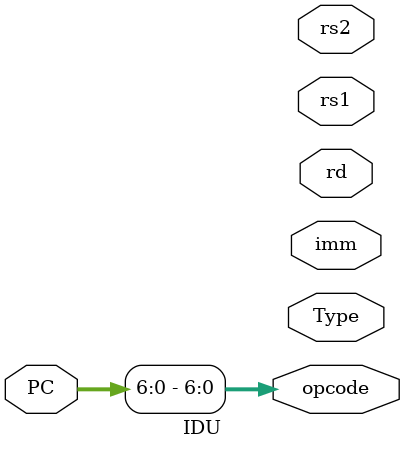
<source format=v>
`include "vsrc/para.v"

localparam i0_NR_KEY  = 4'd9;
localparam i0_KEY_LEN = 4'd7;
localparam i0_DATA_LEN= 4'd4;

module IDU(
    input [31:0]PC  ,
    output[4 :0]rs1 ,
    output[4 :0]rs2 ,
    output[4 :0]rd  ,
    output[20:0]imm ,
    output[3: 0]Type,
    output[6:0]opcode
);



assign opcode = PC[6:0];

// choose type
MuxKeyInternal #(i0_NR_KEY, i0_KEY_LEN, i0_DATA_LEN, 0) i0 (out, key, {i0_DATA_LEN{1'b0}}, 
{R_opcode,R_Type,
 B_opcode,B_Type,
 S_opcode,S_Type,
 I0_opcode,I_Type,
 I1_opcode,I_Type,
 J0_opcode,J_Type,
 J1_opcode,J_Type,
 U0_opcode,U_Type,
 U1_opcode,U_Type
 });



endmodule


</source>
